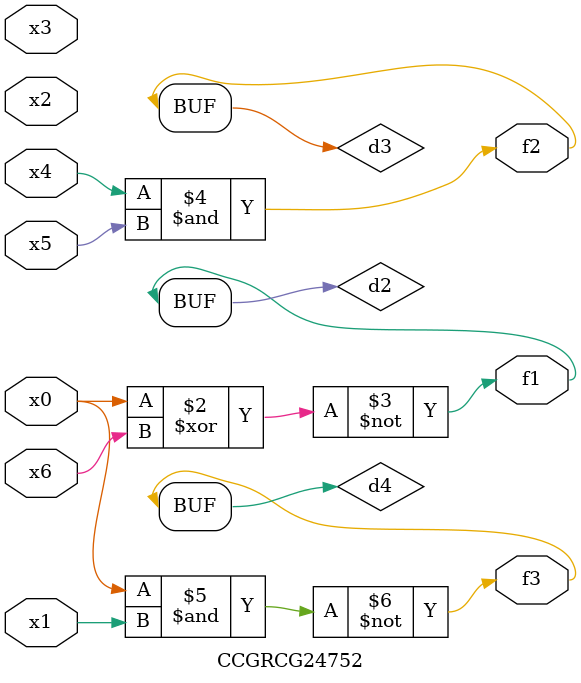
<source format=v>
module CCGRCG24752(
	input x0, x1, x2, x3, x4, x5, x6,
	output f1, f2, f3
);

	wire d1, d2, d3, d4;

	nor (d1, x0);
	xnor (d2, x0, x6);
	and (d3, x4, x5);
	nand (d4, x0, x1);
	assign f1 = d2;
	assign f2 = d3;
	assign f3 = d4;
endmodule

</source>
